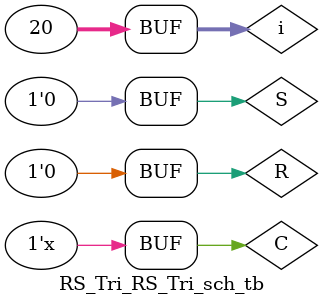
<source format=v>

`timescale 1ns / 1ps

module RS_Tri_RS_Tri_sch_tb();

// Inputs
   reg R;
   reg S;
   reg C;

// Output
   wire Y;
   wire Qn;
   wire Q;

// Bidirs

// Instantiate the UUT
   RS_Tri UUT (
		.R(R), 
		.S(S), 
		.Y(Y), 
		.Qn(Qn), 
		.Q(Q), 
		.C(C)
   );
// Initialize Inputs
   integer i;
	initial begin
	C = 0;
	S = 0;
	R = 0;
	#55;
	S = 1;
	#80;
	S = 0;
	#100;
	R = 1;
	#100;
	R = 0;
	#100;
	S = 1;
	#20;
	S = 0;
	#5;
	R = 1;
	#20;
	R = 0;
	#55;
	S = 1;
	#20;
	S = 0;
	#120;
	R = 1;
	S = 1;
	#100;
	R = 0;
	S = 0;
	end
	
	always @* 
		for (i=0;i<20;i=i+1) begin
			#50;
			C <= ~C;
	end
endmodule

</source>
